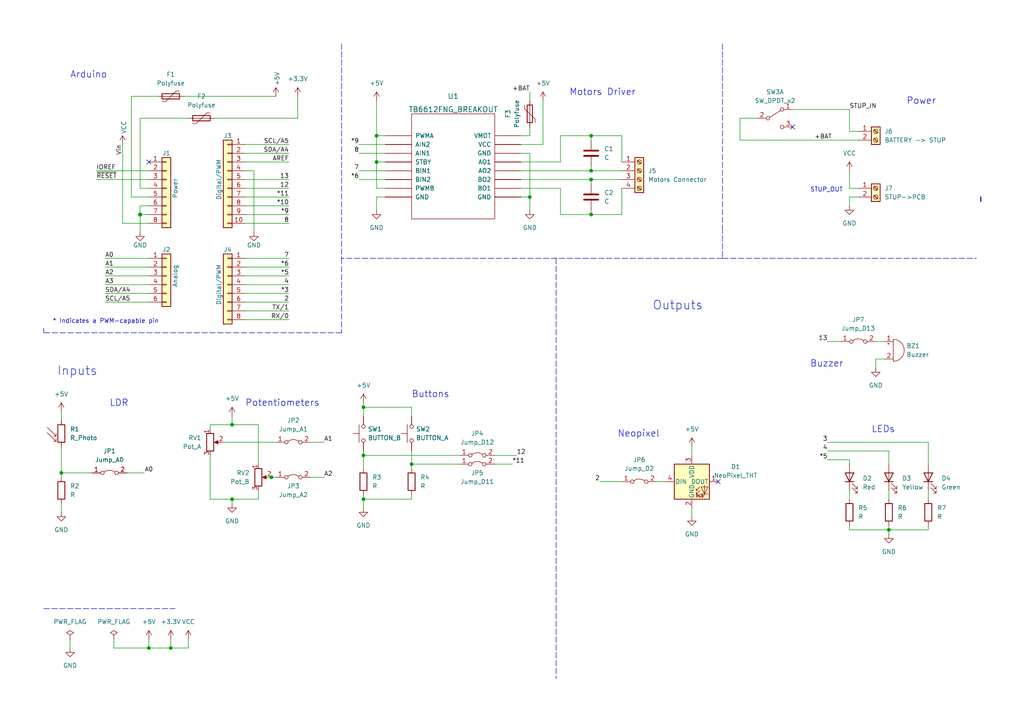
<source format=kicad_sch>
(kicad_sch (version 20211123) (generator eeschema)
  (paper "A4")
  (title_block (date "mar. 31 mars 2015"))
  (lib_symbols
    (symbol "Connector:Screw_Terminal_01x02" (pin_names (offset 1.016) hide)
      (property "Reference" "J" (at 0 2.54 0))
      (property "Value" "Screw_Terminal_01x02" (at 0 -5.08 0))
      (symbol "Screw_Terminal_01x02_1_1"
        (rectangle (start -1.27 1.27) (end 1.27 -3.81) (stroke (width 0.254)) (fill (type background)))
        (circle (center 0 -2.54) (radius 0.635) (stroke (width 0.1524)))
        (polyline (pts (xy -0.5334 -2.2098) (xy 0.3302 -3.048)) (stroke (width 0.1524)))
        (polyline (pts (xy -0.5334 0.3302) (xy 0.3302 -0.508)) (stroke (width 0.1524)))
        (polyline (pts (xy -0.3556 -2.032) (xy 0.508 -2.8702)) (stroke (width 0.1524)))
        (polyline (pts (xy -0.3556 0.508) (xy 0.508 -0.3302)) (stroke (width 0.1524)))
        (circle (center 0 0) (radius 0.635) (stroke (width 0.1524)))
        (pin passive line (at -5.08 0 0) (length 3.81) (name "Pin_1") (number "1"))
        (pin passive line (at -5.08 -2.54 0) (length 3.81) (name "Pin_2") (number "2"))
      )
    )
    (symbol "Connector:Screw_Terminal_01x04" (pin_names (offset 1.016) hide)
      (property "Reference" "J" (at 0 5.08 0))
      (property "Value" "Screw_Terminal_01x04" (at 0 -7.62 0))
      (symbol "Screw_Terminal_01x04_1_1"
        (rectangle (start -1.27 3.81) (end 1.27 -6.35) (stroke (width 0.254)) (fill (type background)))
        (circle (center 0 -5.08) (radius 0.635) (stroke (width 0.1524)))
        (circle (center 0 -2.54) (radius 0.635) (stroke (width 0.1524)))
        (polyline (pts (xy -0.5334 -4.7498) (xy 0.3302 -5.588)) (stroke (width 0.1524)))
        (polyline (pts (xy -0.5334 -2.2098) (xy 0.3302 -3.048)) (stroke (width 0.1524)))
        (polyline (pts (xy -0.5334 0.3302) (xy 0.3302 -0.508)) (stroke (width 0.1524)))
        (polyline (pts (xy -0.5334 2.8702) (xy 0.3302 2.032)) (stroke (width 0.1524)))
        (polyline (pts (xy -0.3556 -4.572) (xy 0.508 -5.4102)) (stroke (width 0.1524)))
        (polyline (pts (xy -0.3556 -2.032) (xy 0.508 -2.8702)) (stroke (width 0.1524)))
        (polyline (pts (xy -0.3556 0.508) (xy 0.508 -0.3302)) (stroke (width 0.1524)))
        (polyline (pts (xy -0.3556 3.048) (xy 0.508 2.2098)) (stroke (width 0.1524)))
        (circle (center 0 0) (radius 0.635) (stroke (width 0.1524)))
        (circle (center 0 2.54) (radius 0.635) (stroke (width 0.1524)))
        (pin passive line (at -5.08 2.54 0) (length 3.81) (name "Pin_1") (number "1"))
        (pin passive line (at -5.08 0 0) (length 3.81) (name "Pin_2") (number "2"))
        (pin passive line (at -5.08 -2.54 0) (length 3.81) (name "Pin_3") (number "3"))
        (pin passive line (at -5.08 -5.08 0) (length 3.81) (name "Pin_4") (number "4"))
      )
    )
    (symbol "Connector_Generic:Conn_01x06" (pin_names (offset 1.016) hide)
      (property "Reference" "J" (at 0 7.62 0))
      (property "Value" "Conn_01x06" (at 0 -10.16 0))
      (symbol "Conn_01x06_1_1"
        (rectangle (start -1.27 -7.493) (end 0 -7.747) (stroke (width 0.1524)))
        (rectangle (start -1.27 -4.953) (end 0 -5.207) (stroke (width 0.1524)))
        (rectangle (start -1.27 -2.413) (end 0 -2.667) (stroke (width 0.1524)))
        (rectangle (start -1.27 0.127) (end 0 -0.127) (stroke (width 0.1524)))
        (rectangle (start -1.27 2.667) (end 0 2.413) (stroke (width 0.1524)))
        (rectangle (start -1.27 5.207) (end 0 4.953) (stroke (width 0.1524)))
        (rectangle (start -1.27 6.35) (end 1.27 -8.89) (stroke (width 0.254)) (fill (type background)))
        (pin passive line (at -5.08 5.08 0) (length 3.81) (name "Pin_1") (number "1"))
        (pin passive line (at -5.08 2.54 0) (length 3.81) (name "Pin_2") (number "2"))
        (pin passive line (at -5.08 0 0) (length 3.81) (name "Pin_3") (number "3"))
        (pin passive line (at -5.08 -2.54 0) (length 3.81) (name "Pin_4") (number "4"))
        (pin passive line (at -5.08 -5.08 0) (length 3.81) (name "Pin_5") (number "5"))
        (pin passive line (at -5.08 -7.62 0) (length 3.81) (name "Pin_6") (number "6"))
      )
    )
    (symbol "Connector_Generic:Conn_01x08" (pin_names (offset 1.016) hide)
      (property "Reference" "J" (at 0 10.16 0))
      (property "Value" "Conn_01x08" (at 0 -12.7 0))
      (symbol "Conn_01x08_1_1"
        (rectangle (start -1.27 -10.033) (end 0 -10.287) (stroke (width 0.1524)))
        (rectangle (start -1.27 -7.493) (end 0 -7.747) (stroke (width 0.1524)))
        (rectangle (start -1.27 -4.953) (end 0 -5.207) (stroke (width 0.1524)))
        (rectangle (start -1.27 -2.413) (end 0 -2.667) (stroke (width 0.1524)))
        (rectangle (start -1.27 0.127) (end 0 -0.127) (stroke (width 0.1524)))
        (rectangle (start -1.27 2.667) (end 0 2.413) (stroke (width 0.1524)))
        (rectangle (start -1.27 5.207) (end 0 4.953) (stroke (width 0.1524)))
        (rectangle (start -1.27 7.747) (end 0 7.493) (stroke (width 0.1524)))
        (rectangle (start -1.27 8.89) (end 1.27 -11.43) (stroke (width 0.254)) (fill (type background)))
        (pin passive line (at -5.08 7.62 0) (length 3.81) (name "Pin_1") (number "1"))
        (pin passive line (at -5.08 5.08 0) (length 3.81) (name "Pin_2") (number "2"))
        (pin passive line (at -5.08 2.54 0) (length 3.81) (name "Pin_3") (number "3"))
        (pin passive line (at -5.08 0 0) (length 3.81) (name "Pin_4") (number "4"))
        (pin passive line (at -5.08 -2.54 0) (length 3.81) (name "Pin_5") (number "5"))
        (pin passive line (at -5.08 -5.08 0) (length 3.81) (name "Pin_6") (number "6"))
        (pin passive line (at -5.08 -7.62 0) (length 3.81) (name "Pin_7") (number "7"))
        (pin passive line (at -5.08 -10.16 0) (length 3.81) (name "Pin_8") (number "8"))
      )
    )
    (symbol "Connector_Generic:Conn_01x10" (pin_names (offset 1.016) hide)
      (property "Reference" "J" (at 0 12.7 0))
      (property "Value" "Conn_01x10" (at 0 -15.24 0))
      (symbol "Conn_01x10_1_1"
        (rectangle (start -1.27 -12.573) (end 0 -12.827) (stroke (width 0.1524)))
        (rectangle (start -1.27 -10.033) (end 0 -10.287) (stroke (width 0.1524)))
        (rectangle (start -1.27 -7.493) (end 0 -7.747) (stroke (width 0.1524)))
        (rectangle (start -1.27 -4.953) (end 0 -5.207) (stroke (width 0.1524)))
        (rectangle (start -1.27 -2.413) (end 0 -2.667) (stroke (width 0.1524)))
        (rectangle (start -1.27 0.127) (end 0 -0.127) (stroke (width 0.1524)))
        (rectangle (start -1.27 2.667) (end 0 2.413) (stroke (width 0.1524)))
        (rectangle (start -1.27 5.207) (end 0 4.953) (stroke (width 0.1524)))
        (rectangle (start -1.27 7.747) (end 0 7.493) (stroke (width 0.1524)))
        (rectangle (start -1.27 10.287) (end 0 10.033) (stroke (width 0.1524)))
        (rectangle (start -1.27 11.43) (end 1.27 -13.97) (stroke (width 0.254)) (fill (type background)))
        (pin passive line (at -5.08 10.16 0) (length 3.81) (name "Pin_1") (number "1"))
        (pin passive line (at -5.08 -12.7 0) (length 3.81) (name "Pin_10") (number "10"))
        (pin passive line (at -5.08 7.62 0) (length 3.81) (name "Pin_2") (number "2"))
        (pin passive line (at -5.08 5.08 0) (length 3.81) (name "Pin_3") (number "3"))
        (pin passive line (at -5.08 2.54 0) (length 3.81) (name "Pin_4") (number "4"))
        (pin passive line (at -5.08 0 0) (length 3.81) (name "Pin_5") (number "5"))
        (pin passive line (at -5.08 -2.54 0) (length 3.81) (name "Pin_6") (number "6"))
        (pin passive line (at -5.08 -5.08 0) (length 3.81) (name "Pin_7") (number "7"))
        (pin passive line (at -5.08 -7.62 0) (length 3.81) (name "Pin_8") (number "8"))
        (pin passive line (at -5.08 -10.16 0) (length 3.81) (name "Pin_9") (number "9"))
      )
    )
    (symbol "Device:Buzzer" (pin_names (offset 0.0254) hide)
      (property "Reference" "BZ" (at 3.81 1.27 0))
      (property "Value" "Buzzer" (at 3.81 -1.27 0))
      (symbol "Buzzer_0_1"
        (arc (start 0 -3.175) (mid 3.175 0) (end 0 3.175))
        (polyline (pts (xy -1.651 1.905) (xy -1.143 1.905)))
        (polyline (pts (xy -1.397 2.159) (xy -1.397 1.651)))
        (polyline (pts (xy 0 3.175) (xy 0 -3.175)))
      )
      (symbol "Buzzer_1_1"
        (pin passive line (at -2.54 2.54 0) (length 2.54) (name "-") (number "1"))
        (pin passive line (at -2.54 -2.54 0) (length 2.54) (name "+") (number "2"))
      )
    )
    (symbol "Device:C" (pin_numbers hide) (pin_names (offset 0.254))
      (property "Reference" "C" (at 0.635 2.54 0))
      (property "Value" "C" (at 0.635 -2.54 0))
      (symbol "C_0_1"
        (polyline (pts (xy -2.032 -0.762) (xy 2.032 -0.762)) (stroke (width 0.508)))
        (polyline (pts (xy -2.032 0.762) (xy 2.032 0.762)) (stroke (width 0.508)))
      )
      (symbol "C_1_1"
        (pin passive line (at 0 3.81 270) (length 2.794) (name "~") (number "1"))
        (pin passive line (at 0 -3.81 90) (length 2.794) (name "~") (number "2"))
      )
    )
    (symbol "Device:LED" (pin_numbers hide) (pin_names (offset 1.016) hide)
      (property "Reference" "D" (at 0 2.54 0))
      (property "Value" "LED" (at 0 -2.54 0))
      (symbol "LED_0_1"
        (polyline (pts (xy -1.27 -1.27) (xy -1.27 1.27)) (stroke (width 0.254)))
        (polyline (pts (xy -1.27 0) (xy 1.27 0)))
        (polyline (pts (xy 1.27 -1.27) (xy 1.27 1.27) (xy -1.27 0) (xy 1.27 -1.27)) (stroke (width 0.254)))
        (polyline (pts (xy -3.048 -0.762) (xy -4.572 -2.286) (xy -3.81 -2.286) (xy -4.572 -2.286) (xy -4.572 -1.524)))
        (polyline (pts (xy -1.778 -0.762) (xy -3.302 -2.286) (xy -2.54 -2.286) (xy -3.302 -2.286) (xy -3.302 -1.524)))
      )
      (symbol "LED_1_1"
        (pin passive line (at -3.81 0 0) (length 2.54) (name "K") (number "1"))
        (pin passive line (at 3.81 0 180) (length 2.54) (name "A") (number "2"))
      )
    )
    (symbol "Device:Polyfuse" (pin_numbers hide) (pin_names (offset 0))
      (property "Reference" "F" (at -2.54 0 90))
      (property "Value" "Polyfuse" (at 2.54 0 90))
      (symbol "Polyfuse_0_1"
        (rectangle (start -0.762 2.54) (end 0.762 -2.54) (stroke (width 0.254)))
        (polyline (pts (xy 0 2.54) (xy 0 -2.54)))
        (polyline (pts (xy -1.524 2.54) (xy -1.524 1.524) (xy 1.524 -1.524) (xy 1.524 -2.54)))
      )
      (symbol "Polyfuse_1_1"
        (pin passive line (at 0 3.81 270) (length 1.27) (name "~") (number "1"))
        (pin passive line (at 0 -3.81 90) (length 1.27) (name "~") (number "2"))
      )
    )
    (symbol "Device:R" (pin_numbers hide) (pin_names (offset 0))
      (property "Reference" "R" (at 2.032 0 90))
      (property "Value" "R" (at 0 0 90))
      (symbol "R_0_1"
        (rectangle (start -1.016 -2.54) (end 1.016 2.54) (stroke (width 0.254)))
      )
      (symbol "R_1_1"
        (pin passive line (at 0 3.81 270) (length 1.27) (name "~") (number "1"))
        (pin passive line (at 0 -3.81 90) (length 1.27) (name "~") (number "2"))
      )
    )
    (symbol "Device:R_Photo" (pin_numbers hide) (pin_names (offset 0))
      (property "Reference" "R" (at 1.27 1.27 0))
      (property "Value" "R_Photo" (at 1.27 0 0))
      (symbol "R_Photo_0_1"
        (rectangle (start -1.016 2.54) (end 1.016 -2.54) (stroke (width 0.254)))
        (polyline (pts (xy -1.524 -2.286) (xy -4.064 0.254)))
        (polyline (pts (xy -1.524 -2.286) (xy -2.286 -2.286)))
        (polyline (pts (xy -1.524 -2.286) (xy -1.524 -1.524)))
        (polyline (pts (xy -1.524 -0.762) (xy -4.064 1.778)))
        (polyline (pts (xy -1.524 -0.762) (xy -2.286 -0.762)))
        (polyline (pts (xy -1.524 -0.762) (xy -1.524 0)))
      )
      (symbol "R_Photo_1_1"
        (pin passive line (at 0 3.81 270) (length 1.27) (name "~") (number "1"))
        (pin passive line (at 0 -3.81 90) (length 1.27) (name "~") (number "2"))
      )
    )
    (symbol "Device:R_Potentiometer" (pin_names (offset 1.016) hide)
      (property "Reference" "RV" (at -4.445 0 90))
      (property "Value" "R_Potentiometer" (at -2.54 0 90))
      (symbol "R_Potentiometer_0_1"
        (polyline (pts (xy 2.54 0) (xy 1.524 0)))
        (polyline (pts (xy 1.143 0) (xy 2.286 0.508) (xy 2.286 -0.508) (xy 1.143 0)) (fill (type outline)))
        (rectangle (start 1.016 2.54) (end -1.016 -2.54) (stroke (width 0.254)))
      )
      (symbol "R_Potentiometer_1_1"
        (pin passive line (at 0 3.81 270) (length 1.27) (name "1") (number "1"))
        (pin passive line (at 3.81 0 180) (length 1.27) (name "2") (number "2"))
        (pin passive line (at 0 -3.81 90) (length 1.27) (name "3") (number "3"))
      )
    )
    (symbol "Jumper:Jumper_2_Bridged" (pin_names (offset 0) hide)
      (property "Reference" "JP" (at 0 1.905 0))
      (property "Value" "Jumper_2_Bridged" (at 0 -2.54 0))
      (symbol "Jumper_2_Bridged_0_0"
        (circle (center -2.032 0) (radius 0.508))
        (circle (center 2.032 0) (radius 0.508))
      )
      (symbol "Jumper_2_Bridged_0_1"
        (arc (start 1.524 0.254) (mid 0 0.762) (end -1.524 0.254))
      )
      (symbol "Jumper_2_Bridged_1_1"
        (pin passive line (at -5.08 0 0) (length 2.54) (name "A") (number "1"))
        (pin passive line (at 5.08 0 180) (length 2.54) (name "B") (number "2"))
      )
    )
    (symbol "LED:NeoPixel_THT" (pin_names (offset 0.254))
      (property "Reference" "D" (at 5.08 5.715 0))
      (property "Value" "NeoPixel_THT" (at 1.27 -5.715 0))
      (symbol "NeoPixel_THT_0_0"
        (text "RGB" (at 2.286 -4.191 0) (effects (font (size 0.762 0.762))))
      )
      (symbol "NeoPixel_THT_0_1"
        (polyline (pts (xy 1.27 -3.556) (xy 1.778 -3.556)))
        (polyline (pts (xy 1.27 -2.54) (xy 1.778 -2.54)))
        (polyline (pts (xy 4.699 -3.556) (xy 2.667 -3.556)))
        (polyline (pts (xy 2.286 -2.54) (xy 1.27 -3.556) (xy 1.27 -3.048)))
        (polyline (pts (xy 2.286 -1.524) (xy 1.27 -2.54) (xy 1.27 -2.032)))
        (polyline (pts (xy 3.683 -1.016) (xy 3.683 -3.556) (xy 3.683 -4.064)))
        (polyline (pts (xy 4.699 -1.524) (xy 2.667 -1.524) (xy 3.683 -3.556) (xy 4.699 -1.524)))
        (rectangle (start 5.08 5.08) (end -5.08 -5.08) (stroke (width 0.254)) (fill (type background)))
      )
      (symbol "NeoPixel_THT_1_1"
        (pin output line (at 7.62 0 180) (length 2.54) (name "DOUT") (number "1"))
        (pin power_in line (at 0 -7.62 90) (length 2.54) (name "GND") (number "2"))
        (pin power_in line (at 0 7.62 270) (length 2.54) (name "VDD") (number "3"))
        (pin input line (at -7.62 0 0) (length 2.54) (name "DIN") (number "4"))
      )
    )
    (symbol "Switch:SW_DPDT_x2" (pin_names (offset 0) hide)
      (property "Reference" "SW" (at 0 4.318 0))
      (property "Value" "SW_DPDT_x2" (at 0 -5.08 0))
      (symbol "SW_DPDT_x2_0_0"
        (circle (center -2.032 0) (radius 0.508))
        (circle (center 2.032 -2.54) (radius 0.508))
      )
      (symbol "SW_DPDT_x2_0_1"
        (polyline (pts (xy -1.524 0.254) (xy 1.651 2.286)))
        (circle (center 2.032 2.54) (radius 0.508))
      )
      (symbol "SW_DPDT_x2_1_1"
        (pin passive line (at 5.08 2.54 180) (length 2.54) (name "A") (number "1"))
        (pin passive line (at -5.08 0 0) (length 2.54) (name "B") (number "2"))
        (pin passive line (at 5.08 -2.54 180) (length 2.54) (name "C") (number "3"))
      )
      (symbol "SW_DPDT_x2_2_1"
        (pin passive line (at 5.08 2.54 180) (length 2.54) (name "A") (number "4"))
        (pin passive line (at -5.08 0 0) (length 2.54) (name "B") (number "5"))
        (pin passive line (at 5.08 -2.54 180) (length 2.54) (name "C") (number "6"))
      )
    )
    (symbol "Switch:SW_Push" (pin_numbers hide) (pin_names (offset 1.016) hide)
      (property "Reference" "SW" (at 1.27 2.54 0))
      (property "Value" "SW_Push" (at 0 -1.524 0))
      (symbol "SW_Push_0_1"
        (circle (center -2.032 0) (radius 0.508))
        (polyline (pts (xy 0 1.27) (xy 0 3.048)))
        (polyline (pts (xy 2.54 1.27) (xy -2.54 1.27)))
        (circle (center 2.032 0) (radius 0.508))
        (pin passive line (at -5.08 0 0) (length 2.54) (name "1") (number "1"))
        (pin passive line (at 5.08 0 180) (length 2.54) (name "2") (number "2"))
      )
    )
    (symbol "bl_kicad:TB6612FNG_BREAKOUT" (pin_numbers hide) (pin_names (offset 1.016))
      (property "Reference" "U" (at 13.97 15.24 0))
      (property "Value" "TB6612FNG_BREAKOUT" (at 0 1.27 90))
      (symbol "TB6612FNG_BREAKOUT_0_1"
        (rectangle (start -12.7 16.51) (end 11.43 -13.97))
      )
      (symbol "TB6612FNG_BREAKOUT_1_1"
        (pin input line (at -20.32 10.16 0) (length 7.62) (name "VMOT") (number "1"))
        (pin input line (at 19.05 -5.08 180) (length 7.62) (name "PWMB") (number "10"))
        (pin input line (at 19.05 -2.54 180) (length 7.62) (name "BIN2") (number "11"))
        (pin input line (at 19.05 0 180) (length 7.62) (name "BIN1") (number "12"))
        (pin input line (at 19.05 2.54 180) (length 7.62) (name "STBY") (number "13"))
        (pin input line (at 19.05 5.08 180) (length 7.62) (name "AIN1") (number "14"))
        (pin input line (at 19.05 7.62 180) (length 7.62) (name "AIN2") (number "15"))
        (pin input line (at 19.05 10.16 180) (length 7.62) (name "PWMA") (number "16"))
        (pin input line (at -20.32 7.62 0) (length 7.62) (name "VCC") (number "2"))
        (pin input line (at -20.32 5.08 0) (length 7.62) (name "GND") (number "3"))
        (pin output line (at -20.32 2.54 0) (length 7.62) (name "AO1") (number "4"))
        (pin output line (at -20.32 0 0) (length 7.62) (name "AO2") (number "5"))
        (pin output line (at -20.32 -2.54 0) (length 7.62) (name "BO2") (number "6"))
        (pin output line (at -20.32 -5.08 0) (length 7.62) (name "BO1") (number "7"))
        (pin input line (at -20.32 -7.62 0) (length 7.62) (name "GND") (number "8"))
        (pin input line (at 19.05 -7.62 180) (length 7.62) (name "GND") (number "9"))
      )
    )
    (symbol "power:+3.3V" (power) (pin_names (offset 0))
      (property "Value" "+3.3V" (at 0 3.556 0))
      (symbol "+3.3V_0_1"
        (polyline (pts (xy -0.762 1.27) (xy 0 2.54)))
        (polyline (pts (xy 0 0) (xy 0 2.54)))
        (polyline (pts (xy 0 2.54) (xy 0.762 1.27)))
      )
      (symbol "+3.3V_1_1"
        (pin power_in line (at 0 0 90) (length 0) hide (name "+3.3V") (number "1"))
      )
    )
    (symbol "power:+5V" (power) (pin_names (offset 0))
      (property "Value" "+5V" (at 0 3.556 0))
      (symbol "+5V_0_1"
        (polyline (pts (xy -0.762 1.27) (xy 0 2.54)))
        (polyline (pts (xy 0 0) (xy 0 2.54)))
        (polyline (pts (xy 0 2.54) (xy 0.762 1.27)))
      )
      (symbol "+5V_1_1"
        (pin power_in line (at 0 0 90) (length 0) hide (name "+5V") (number "1"))
      )
    )
    (symbol "power:GND" (power) (pin_names (offset 0))
      (property "Value" "GND" (at 0 -3.81 0))
      (symbol "GND_0_1"
        (polyline (pts (xy 0 0) (xy 0 -1.27) (xy 1.27 -1.27) (xy 0 -2.54) (xy -1.27 -1.27) (xy 0 -1.27)))
      )
      (symbol "GND_1_1"
        (pin power_in line (at 0 0 270) (length 0) hide (name "GND") (number "1"))
      )
    )
    (symbol "power:PWR_FLAG" (power) (pin_numbers hide) (pin_names (offset 0) hide)
      (property "Value" "PWR_FLAG" (at 0 3.81 0))
      (symbol "PWR_FLAG_0_0"
        (pin power_out line (at 0 0 90) (length 0) (name "pwr") (number "1"))
      )
      (symbol "PWR_FLAG_0_1"
        (polyline (pts (xy 0 0) (xy 0 1.27) (xy -1.016 1.905) (xy 0 2.54) (xy 1.016 1.905) (xy 0 1.27)))
      )
    )
    (symbol "power:VCC" (power) (pin_names (offset 0))
      (property "Value" "VCC" (at 0 3.81 0))
      (symbol "VCC_0_1"
        (polyline (pts (xy -0.762 1.27) (xy 0 2.54)))
        (polyline (pts (xy 0 0) (xy 0 2.54)))
        (polyline (pts (xy 0 2.54) (xy 0.762 1.27)))
      )
      (symbol "VCC_1_1"
        (pin power_in line (at 0 0 90) (length 0) hide (name "VCC") (number "1"))
      )
    )
  )
  (junction (at 119.38 134.62))
  (junction (at 171.45 39.37))
  (junction (at 17.78 137.16))
  (junction (at 40.64 62.23) (diameter 1.016))
  (junction (at 105.41 132.08))
  (junction (at 78.74 138.43))
  (junction (at 105.41 118.11))
  (junction (at 109.22 39.37))
  (junction (at 49.53 187.96))
  (junction (at 171.45 62.23))
  (junction (at 257.81 153.67))
  (junction (at 153.67 57.15))
  (junction (at 109.22 46.99))
  (junction (at 67.31 144.78))
  (junction (at 171.45 49.53))
  (junction (at 105.41 144.78))
  (junction (at 67.31 123.19))
  (junction (at 43.18 187.96))
  (junction (at 171.45 52.07))
  (no_connect (at 229.87 36.83))
  (no_connect (at 43.18 46.99))
  (no_connect (at 208.28 139.7))
  (wire (pts (xy 71.12 92.71) (xy 83.82 92.71)))
  (wire (pts (xy 257.81 142.24) (xy 257.81 144.78)))
  (wire (pts (xy 17.78 119.38) (xy 17.78 121.92)))
  (polyline (pts (xy 209.55 12.7) (xy 209.55 66.04)))
  (polyline (pts (xy 209.55 74.93) (xy 99.06 74.93)))
  (wire (pts (xy 71.12 59.69) (xy 83.82 59.69)))
  (wire (pts (xy 246.38 134.62) (xy 246.38 133.35)))
  (wire (pts (xy 240.03 133.35) (xy 246.38 133.35)))
  (wire (pts (xy 74.93 123.19) (xy 74.93 134.62)))
  (wire (pts (xy 162.56 46.99) (xy 162.56 39.37)))
  (wire (pts (xy 71.12 41.91) (xy 83.82 41.91)))
  (wire (pts (xy 17.78 146.05) (xy 17.78 148.59)))
  (wire (pts (xy 40.64 34.29) (xy 54.61 34.29)))
  (wire (pts (xy 86.36 27.94) (xy 86.36 34.29)))
  (wire (pts (xy 153.67 44.45) (xy 153.67 57.15)))
  (wire (pts (xy 151.13 49.53) (xy 171.45 49.53)))
  (wire (pts (xy 78.74 138.43) (xy 80.01 138.43)))
  (wire (pts (xy 257.81 134.62) (xy 257.81 130.81)))
  (wire (pts (xy 119.38 134.62) (xy 119.38 135.89)))
  (wire (pts (xy 40.64 59.69) (xy 40.64 62.23)))
  (wire (pts (xy 248.92 57.15) (xy 246.38 57.15)))
  (wire (pts (xy 30.48 87.63) (xy 43.18 87.63)))
  (wire (pts (xy 90.17 138.43) (xy 93.98 138.43)))
  (wire (pts (xy 17.78 129.54) (xy 17.78 137.16)))
  (wire (pts (xy 269.24 134.62) (xy 269.24 128.27)))
  (wire (pts (xy 60.96 123.19) (xy 67.31 123.19)))
  (wire (pts (xy 254 99.06) (xy 256.54 99.06)))
  (wire (pts (xy 105.41 132.08) (xy 105.41 135.89)))
  (wire (pts (xy 240.03 99.06) (xy 243.84 99.06)))
  (wire (pts (xy 105.41 132.08) (xy 133.35 132.08)))
  (wire (pts (xy 200.66 147.32) (xy 200.66 149.86)))
  (wire (pts (xy 171.45 52.07) (xy 180.34 52.07)))
  (wire (pts (xy 40.64 62.23) (xy 40.64 67.31)))
  (wire (pts (xy 67.31 123.19) (xy 74.93 123.19)))
  (wire (pts (xy 38.1 27.94) (xy 45.72 27.94)))
  (wire (pts (xy 40.64 54.61) (xy 43.18 54.61)))
  (wire (pts (xy 162.56 39.37) (xy 171.45 39.37)))
  (wire (pts (xy 38.1 57.15) (xy 43.18 57.15)))
  (wire (pts (xy 171.45 39.37) (xy 180.34 39.37)))
  (wire (pts (xy 240.03 130.81) (xy 257.81 130.81)))
  (wire (pts (xy 240.03 128.27) (xy 269.24 128.27)))
  (wire (pts (xy 143.51 134.62) (xy 148.59 134.62)))
  (wire (pts (xy 71.12 52.07) (xy 83.82 52.07)))
  (polyline (pts (xy 99.06 74.93) (xy 99.06 96.52)))
  (wire (pts (xy 71.12 74.93) (xy 83.82 74.93)))
  (wire (pts (xy 43.18 74.93) (xy 30.48 74.93)))
  (wire (pts (xy 104.14 41.91) (xy 111.76 41.91)))
  (wire (pts (xy 71.12 54.61) (xy 83.82 54.61)))
  (wire (pts (xy 173.99 139.7) (xy 180.34 139.7)))
  (wire (pts (xy 20.32 185.42) (xy 20.32 187.96)))
  (polyline (pts (xy 99.06 96.52) (xy 12.7 96.52)))
  (wire (pts (xy 71.12 77.47) (xy 83.82 77.47)))
  (wire (pts (xy 17.78 137.16) (xy 17.78 138.43)))
  (wire (pts (xy 60.96 124.46) (xy 60.96 123.19)))
  (wire (pts (xy 153.67 39.37) (xy 153.67 36.83)))
  (wire (pts (xy 104.14 44.45) (xy 111.76 44.45)))
  (wire (pts (xy 74.93 144.78) (xy 74.93 142.24)))
  (wire (pts (xy 60.96 132.08) (xy 60.96 144.78)))
  (wire (pts (xy 67.31 144.78) (xy 67.31 146.05)))
  (wire (pts (xy 77.47 138.43) (xy 78.74 138.43)))
  (wire (pts (xy 119.38 134.62) (xy 133.35 134.62)))
  (wire (pts (xy 151.13 46.99) (xy 162.56 46.99)))
  (wire (pts (xy 105.41 118.11) (xy 105.41 120.65)))
  (wire (pts (xy 246.38 57.15) (xy 246.38 59.69)))
  (wire (pts (xy 71.12 62.23) (xy 83.82 62.23)))
  (wire (pts (xy 153.67 26.67) (xy 153.67 29.21)))
  (polyline (pts (xy 12.7 176.53) (xy 50.8 176.53)))
  (polyline (pts (xy 209.55 74.93) (xy 283.21 74.93)))
  (wire (pts (xy 246.38 142.24) (xy 246.38 144.78)))
  (wire (pts (xy 71.12 82.55) (xy 83.82 82.55)))
  (wire (pts (xy 190.5 139.7) (xy 193.04 139.7)))
  (wire (pts (xy 269.24 152.4) (xy 269.24 153.67)))
  (wire (pts (xy 171.45 49.53) (xy 180.34 49.53)))
  (wire (pts (xy 248.92 54.61) (xy 246.38 54.61)))
  (wire (pts (xy 27.94 49.53) (xy 43.18 49.53)))
  (wire (pts (xy 153.67 57.15) (xy 153.67 60.96)))
  (wire (pts (xy 254 104.14) (xy 256.54 104.14)))
  (wire (pts (xy 64.77 128.27) (xy 80.01 128.27)))
  (wire (pts (xy 109.22 46.99) (xy 111.76 46.99)))
  (wire (pts (xy 40.64 34.29) (xy 40.64 54.61)))
  (wire (pts (xy 43.18 185.42) (xy 43.18 187.96)))
  (wire (pts (xy 111.76 54.61) (xy 109.22 54.61)))
  (wire (pts (xy 248.92 38.1) (xy 246.38 38.1)))
  (wire (pts (xy 162.56 54.61) (xy 162.56 62.23)))
  (wire (pts (xy 73.66 49.53) (xy 73.66 67.31)))
  (wire (pts (xy 214.63 40.64) (xy 214.63 34.29)))
  (wire (pts (xy 151.13 39.37) (xy 153.67 39.37)))
  (wire (pts (xy 109.22 29.21) (xy 109.22 39.37)))
  (wire (pts (xy 105.41 144.78) (xy 105.41 147.32)))
  (wire (pts (xy 71.12 46.99) (xy 83.82 46.99)))
  (wire (pts (xy 180.34 46.99) (xy 180.34 39.37)))
  (wire (pts (xy 200.66 129.54) (xy 200.66 132.08)))
  (wire (pts (xy 257.81 153.67) (xy 269.24 153.67)))
  (bus (pts (xy 284.48 57.15) (xy 284.48 58.42)))
  (wire (pts (xy 49.53 187.96) (xy 54.61 187.96)))
  (wire (pts (xy 43.18 80.01) (xy 30.48 80.01)))
  (wire (pts (xy 49.53 187.96) (xy 49.53 185.42)))
  (wire (pts (xy 27.94 52.07) (xy 43.18 52.07)))
  (wire (pts (xy 43.18 62.23) (xy 40.64 62.23)))
  (wire (pts (xy 171.45 39.37) (xy 171.45 40.64)))
  (wire (pts (xy 90.17 128.27) (xy 93.98 128.27)))
  (wire (pts (xy 171.45 48.26) (xy 171.45 49.53)))
  (polyline (pts (xy 161.29 74.93) (xy 161.29 196.85)))
  (wire (pts (xy 43.18 187.96) (xy 49.53 187.96)))
  (wire (pts (xy 157.48 29.21) (xy 157.48 41.91)))
  (wire (pts (xy 109.22 57.15) (xy 109.22 60.96)))
  (wire (pts (xy 151.13 52.07) (xy 171.45 52.07)))
  (wire (pts (xy 43.18 64.77) (xy 35.56 64.77)))
  (wire (pts (xy 54.61 187.96) (xy 54.61 185.42)))
  (wire (pts (xy 246.38 31.75) (xy 229.87 31.75)))
  (wire (pts (xy 30.48 77.47) (xy 43.18 77.47)))
  (wire (pts (xy 151.13 54.61) (xy 162.56 54.61)))
  (wire (pts (xy 143.51 132.08) (xy 149.86 132.08)))
  (wire (pts (xy 67.31 144.78) (xy 74.93 144.78)))
  (wire (pts (xy 38.1 27.94) (xy 38.1 57.15)))
  (wire (pts (xy 105.41 116.84) (xy 105.41 118.11)))
  (wire (pts (xy 171.45 60.96) (xy 171.45 62.23)))
  (wire (pts (xy 151.13 41.91) (xy 157.48 41.91)))
  (wire (pts (xy 254 106.68) (xy 254 104.14)))
  (wire (pts (xy 60.96 144.78) (xy 67.31 144.78)))
  (wire (pts (xy 109.22 46.99) (xy 109.22 54.61)))
  (wire (pts (xy 180.34 54.61) (xy 180.34 62.23)))
  (wire (pts (xy 71.12 49.53) (xy 73.66 49.53)))
  (wire (pts (xy 171.45 52.07) (xy 171.45 53.34)))
  (polyline (pts (xy 209.55 66.04) (xy 209.55 74.93)))
  (wire (pts (xy 43.18 59.69) (xy 40.64 59.69)))
  (polyline (pts (xy 99.06 12.7) (xy 99.06 74.93)))
  (wire (pts (xy 257.81 152.4) (xy 257.81 153.67)))
  (wire (pts (xy 71.12 57.15) (xy 83.82 57.15)))
  (wire (pts (xy 246.38 38.1) (xy 246.38 31.75)))
  (wire (pts (xy 171.45 62.23) (xy 162.56 62.23)))
  (wire (pts (xy 269.24 142.24) (xy 269.24 144.78)))
  (wire (pts (xy 171.45 62.23) (xy 180.34 62.23)))
  (wire (pts (xy 71.12 80.01) (xy 83.82 80.01)))
  (wire (pts (xy 17.78 137.16) (xy 26.67 137.16)))
  (wire (pts (xy 30.48 82.55) (xy 43.18 82.55)))
  (wire (pts (xy 246.38 49.53) (xy 246.38 54.61)))
  (wire (pts (xy 257.81 153.67) (xy 257.81 154.94)))
  (wire (pts (xy 105.41 130.81) (xy 105.41 132.08)))
  (wire (pts (xy 36.83 137.16) (xy 41.91 137.16)))
  (wire (pts (xy 109.22 39.37) (xy 109.22 46.99)))
  (wire (pts (xy 151.13 57.15) (xy 153.67 57.15)))
  (wire (pts (xy 119.38 118.11) (xy 105.41 118.11)))
  (wire (pts (xy 246.38 152.4) (xy 246.38 153.67)))
  (wire (pts (xy 151.13 44.45) (xy 153.67 44.45)))
  (wire (pts (xy 33.02 185.42) (xy 33.02 187.96)))
  (wire (pts (xy 109.22 39.37) (xy 111.76 39.37)))
  (wire (pts (xy 104.14 49.53) (xy 111.76 49.53)))
  (wire (pts (xy 71.12 44.45) (xy 83.82 44.45)))
  (polyline (pts (xy 12.7 95.25) (xy 12.7 96.52)))
  (wire (pts (xy 62.23 34.29) (xy 86.36 34.29)))
  (wire (pts (xy 71.12 87.63) (xy 83.82 87.63)))
  (wire (pts (xy 214.63 34.29) (xy 219.71 34.29)))
  (wire (pts (xy 246.38 153.67) (xy 257.81 153.67)))
  (wire (pts (xy 111.76 57.15) (xy 109.22 57.15)))
  (wire (pts (xy 71.12 85.09) (xy 83.82 85.09)))
  (wire (pts (xy 104.14 52.07) (xy 111.76 52.07)))
  (wire (pts (xy 214.63 40.64) (xy 248.92 40.64)))
  (wire (pts (xy 119.38 130.81) (xy 119.38 134.62)))
  (wire (pts (xy 119.38 144.78) (xy 105.41 144.78)))
  (wire (pts (xy 71.12 90.17) (xy 83.82 90.17)))
  (wire (pts (xy 35.56 64.77) (xy 35.56 41.91)))
  (wire (pts (xy 53.34 27.94) (xy 80.01 27.94)))
  (wire (pts (xy 119.38 120.65) (xy 119.38 118.11)))
  (wire (pts (xy 33.02 187.96) (xy 43.18 187.96)))
  (wire (pts (xy 43.18 85.09) (xy 30.48 85.09)))
  (wire (pts (xy 67.31 120.65) (xy 67.31 123.19)))
  (wire (pts (xy 119.38 143.51) (xy 119.38 144.78)))
  (wire (pts (xy 71.12 64.77) (xy 83.82 64.77)))
  (wire (pts (xy 105.41 143.51) (xy 105.41 144.78)))
  (text "Buzzer" (at 234.95 106.68 0) (effects (font (size 1.905 1.905)) (justify left bottom)))
  (text "Potentiometers" (at 71.12 118.11 0) (effects (font (size 1.905 1.905)) (justify left bottom)))
  (text "LDR" (at 31.75 118.11 0) (effects (font (size 1.905 1.905)) (justify left bottom)))
  (text "Motors Driver" (at 165.1 27.94 0) (effects (font (size 1.905 1.905)) (justify left bottom)))
  (text "LEDs" (at 252.73 125.73 0) (effects (font (size 1.905 1.905)) (justify left bottom)))
  (text "Outputs" (at 189.23 90.17 0) (effects (font (size 2.54 2.54)) (justify left bottom)))
  (text "Buttons" (at 119.38 115.57 0) (effects (font (size 1.905 1.905)) (justify left bottom)))
  (text "Power" (at 262.89 30.48 0) (effects (font (size 1.905 1.905)) (justify left bottom)))
  (text "Inputs" (at 16.51 109.22 0) (effects (font (size 2.54 2.54)) (justify left bottom)))
  (text "Neopixel" (at 179.07 127 0) (effects (font (size 1.905 1.905)) (justify left bottom)))
  (text "Arduino" (at 20.32 22.86 0) (effects (font (size 1.905 1.905)) (justify left bottom)))
  (text "* Indicates a PWM-capable pin" (at 15.24 93.98 0) (effects (font (size 1.27 1.27)) (justify left bottom)))
  (text "STUP_OUT\n" (at 234.95 55.88 0) (effects (font (size 1.27 1.27)) (justify left bottom)))
  (label "8" (at 104.14 44.45 180))
  (label "RX{slash}0" (at 83.82 92.71 180))
  (label "A2" (at 30.48 80.01 0))
  (label "4" (at 83.82 82.55 180))
  (label "3" (at 240.03 128.27 180))
  (label "STUP_IN" (at 246.38 31.75 0))
  (label "2" (at 83.82 87.63 180))
  (label "A3" (at 30.48 82.55 0))
  (label "*11" (at 148.59 134.62 0))
  (label "13" (at 83.82 52.07 180))
  (label "12" (at 83.82 54.61 180))
  (label "~{RESET}" (at 27.94 52.07 0))
  (label "4" (at 240.03 130.81 180))
  (label "*10" (at 83.82 59.69 180))
  (label "7" (at 104.14 49.53 180))
  (label "+BAT" (at 153.67 26.67 180))
  (label "7" (at 83.82 74.93 180))
  (label "SDA{slash}A4" (at 83.82 44.45 180))
  (label "8" (at 83.82 64.77 180))
  (label "*11" (at 83.82 57.15 180))
  (label "*3" (at 83.82 85.09 180))
  (label "*9" (at 104.14 41.91 180))
  (label "12" (at 149.86 132.08 0))
  (label "A1" (at 30.48 77.47 0))
  (label "TX{slash}1" (at 83.82 90.17 180))
  (label "A0" (at 30.48 74.93 0))
  (label "2" (at 173.99 139.7 180))
  (label "AREF" (at 83.82 46.99 180))
  (label "A2" (at 93.98 138.43 0))
  (label "Vin" (at 35.56 41.91 270))
  (label "*6" (at 83.82 77.47 180))
  (label "SCL{slash}A5" (at 83.82 41.91 180))
  (label "*9" (at 83.82 62.23 180))
  (label "+BAT" (at 241.3 40.64 180))
  (label "13" (at 240.03 99.06 180))
  (label "*5" (at 83.82 80.01 180))
  (label "A1" (at 93.98 128.27 0))
  (label "IOREF" (at 27.94 49.53 0))
  (label "*6" (at 104.14 52.07 180))
  (label "SDA{slash}A4" (at 30.48 85.09 0))
  (label "A0" (at 41.91 137.16 0))
  (label "SCL{slash}A5" (at 30.48 87.63 0))
  (label "*5" (at 240.03 133.35 180))
  (symbol (lib_id "Connector_Generic:Conn_01x08") (at 48.26 54.61 0) (unit 1)
    (property "Reference" "J1" (at 48.26 44.45 0))
    (property "Value" "Power" (at 50.8 54.61 90))
    (property "Footprint" "Connector_PinSocket_2.54mm:PinSocket_1x08_P2.54mm_Vertical" (effects hide))
  )
  (symbol (lib_id "power:+5V") (at 80.01 27.94 0) (unit 1)
    (property "Reference" "#PWR010" (effects hide))
    (property "Value" "+5V" (at 80.3656 24.892 90) (effects (justify left)))
  )
  (symbol (lib_id "power:GND") (at 40.64 67.31 0) (unit 1)
    (property "Reference" "#PWR05" (effects hide))
    (property "Value" "GND" (at 40.64 71.12 0))
  )
  (symbol (lib_id "Connector_Generic:Conn_01x10") (at 66.04 52.07 0) (mirror y) (unit 1)
    (property "Reference" "J3" (at 66.04 39.37 0))
    (property "Value" "Digital/PWM" (at 63.5 52.07 90))
    (property "Footprint" "Connector_PinSocket_2.54mm:PinSocket_1x10_P2.54mm_Vertical" (effects hide))
  )
  (symbol (lib_id "power:GND") (at 73.66 67.31 0) (unit 1)
    (property "Reference" "#PWR09" (effects hide))
    (property "Value" "GND" (at 73.66 71.12 0))
  )
  (symbol (lib_id "Connector_Generic:Conn_01x06") (at 48.26 80.01 0) (unit 1)
    (property "Reference" "J2" (at 48.26 72.39 0))
    (property "Value" "Analog" (at 50.8 80.01 90))
    (property "Footprint" "Connector_PinSocket_2.54mm:PinSocket_1x06_P2.54mm_Vertical" (effects hide))
  )
  (symbol (lib_id "Connector_Generic:Conn_01x08") (at 66.04 82.55 0) (mirror y) (unit 1)
    (property "Reference" "J4" (at 66.04 72.39 0))
    (property "Value" "Digital/PWM" (at 63.5 82.55 90))
    (property "Footprint" "Connector_PinSocket_2.54mm:PinSocket_1x08_P2.54mm_Vertical" (effects hide))
  )
  (symbol (lib_id "Device:R_Photo") (at 17.78 125.73 0) (unit 1)
    (property "Reference" "R1" (at 20.32 124.4599 0) (effects (justify left)))
    (property "Value" "R_Photo" (at 20.32 126.9999 0) (effects (justify left)))
  )
  (symbol (lib_id "power:+3.3V") (at 86.36 27.94 0) (unit 1)
    (property "Reference" "#PWR0102" (effects hide))
    (property "Value" "+3.3V" (at 86.36 22.86 0))
  )
  (symbol (lib_id "Switch:SW_Push") (at 119.38 125.73 90) (unit 1)
    (property "Reference" "SW2" (at 120.65 124.4599 90) (effects (justify right)))
    (property "Value" "BUTTON_A" (at 120.65 126.9999 90) (effects (justify right)))
  )
  (symbol (lib_id "power:GND") (at 246.38 59.69 0) (unit 1)
    (property "Reference" "#PWR021" (effects hide))
    (property "Value" "GND" (at 246.38 64.77 0))
  )
  (symbol (lib_id "power:+3.3V") (at 49.53 185.42 0) (unit 1)
    (property "Reference" "#PWR0103" (effects hide))
    (property "Value" "+3.3V" (at 49.53 180.34 0))
  )
  (symbol (lib_id "power:PWR_FLAG") (at 20.32 185.42 0) (unit 1)
    (property "Reference" "#FLG01" (effects hide))
    (property "Value" "PWR_FLAG" (at 20.32 180.34 0))
  )
  (symbol (lib_id "Switch:SW_Push") (at 105.41 125.73 90) (unit 1)
    (property "Reference" "SW1" (at 106.68 124.4599 90) (effects (justify right)))
    (property "Value" "BUTTON_B" (at 106.68 126.9999 90) (effects (justify right)))
  )
  (symbol (lib_id "power:+5V") (at 43.18 185.42 0) (unit 1)
    (property "Reference" "#PWR06" (effects hide))
    (property "Value" "+5V" (at 43.18 180.34 0))
  )
  (symbol (lib_id "Device:R") (at 269.24 148.59 0) (unit 1)
    (property "Reference" "R7" (at 271.78 147.3199 0) (effects (justify left)))
    (property "Value" "R" (at 271.78 149.8599 0) (effects (justify left)))
  )
  (symbol (lib_id "Device:Polyfuse") (at 153.67 33.02 180) (unit 1)
    (property "Reference" "F3" (at 147.32 33.02 90))
    (property "Value" "Polyfuse" (at 149.86 33.02 90))
  )
  (symbol (lib_id "Device:R") (at 246.38 148.59 0) (unit 1)
    (property "Reference" "R5" (at 248.92 147.3199 0) (effects (justify left)))
    (property "Value" "R" (at 248.92 149.8599 0) (effects (justify left)))
  )
  (symbol (lib_id "power:VCC") (at 246.38 49.53 0) (unit 1)
    (property "Reference" "#PWR020" (effects hide))
    (property "Value" "VCC" (at 246.38 44.45 0))
  )
  (symbol (lib_id "power:GND") (at 17.78 148.59 0) (unit 1)
    (property "Reference" "#PWR02" (effects hide))
    (property "Value" "GND" (at 17.78 153.67 0))
  )
  (symbol (lib_id "Connector:Screw_Terminal_01x04") (at 185.42 49.53 0) (unit 1)
    (property "Reference" "J5" (at 187.96 49.5299 0) (effects (justify left)))
    (property "Value" "Motors Connector" (at 187.96 52.0699 0) (effects (justify left)))
  )
  (symbol (lib_id "power:GND") (at 257.81 154.94 0) (unit 1)
    (property "Reference" "#PWR023" (effects hide))
    (property "Value" "GND" (at 257.81 160.02 0))
  )
  (symbol (lib_id "Device:LED") (at 257.81 138.43 90) (unit 1)
    (property "Reference" "D3" (at 261.62 138.7474 90) (effects (justify right)))
    (property "Value" "Yellow" (at 261.62 141.2874 90) (effects (justify right)))
  )
  (symbol (lib_id "Connector:Screw_Terminal_01x02") (at 254 54.61 0) (unit 1)
    (property "Reference" "J7" (at 256.54 54.6099 0) (effects (justify left)))
    (property "Value" "STUP->PCB" (at 256.54 57.1499 0) (effects (justify left)))
  )
  (symbol (lib_id "Device:Polyfuse") (at 49.53 27.94 90) (unit 1)
    (property "Reference" "F1" (at 49.53 21.59 90))
    (property "Value" "Polyfuse" (at 49.53 24.13 90))
  )
  (symbol (lib_id "Switch:SW_DPDT_x2") (at 224.79 34.29 0) (unit 1)
    (property "Reference" "SW3" (at 224.79 26.67 0))
    (property "Value" "SW_DPDT_x2" (at 224.79 29.21 0))
  )
  (symbol (lib_id "power:VCC") (at 35.56 41.91 0) (unit 1)
    (property "Reference" "#PWR04" (effects hide))
    (property "Value" "VCC" (at 35.941 38.862 90) (effects (justify left)))
  )
  (symbol (lib_id "Jumper:Jumper_2_Bridged") (at 248.92 99.06 0) (unit 1)
    (property "Reference" "JP7" (at 248.92 92.71 0))
    (property "Value" "Jump_D13" (at 248.92 95.25 0))
  )
  (symbol (lib_id "power:VCC") (at 54.61 185.42 0) (unit 1)
    (property "Reference" "#PWR0101" (effects hide))
    (property "Value" "VCC" (at 54.61 180.34 0))
  )
  (symbol (lib_id "Device:R") (at 257.81 148.59 0) (unit 1)
    (property "Reference" "R6" (at 260.35 147.3199 0) (effects (justify left)))
    (property "Value" "R" (at 260.35 149.8599 0) (effects (justify left)))
  )
  (symbol (lib_id "Jumper:Jumper_2_Bridged") (at 31.75 137.16 0) (unit 1)
    (property "Reference" "JP1" (at 31.75 130.81 0))
    (property "Value" "Jump_A0" (at 31.75 133.35 0))
  )
  (symbol (lib_id "Jumper:Jumper_2_Bridged") (at 85.09 138.43 0) (unit 1)
    (property "Reference" "JP3" (at 85.09 140.97 0))
    (property "Value" "Jump_A2" (at 85.09 143.51 0))
  )
  (symbol (lib_id "Connector:Screw_Terminal_01x02") (at 254 38.1 0) (unit 1)
    (property "Reference" "J6" (at 256.54 38.0999 0) (effects (justify left)))
    (property "Value" "BATTERY -> STUP" (at 256.54 40.6399 0) (effects (justify left)))
  )
  (symbol (lib_id "power:+5V") (at 17.78 119.38 0) (unit 1)
    (property "Reference" "#PWR01" (effects hide))
    (property "Value" "+5V" (at 17.78 114.3 0))
  )
  (symbol (lib_id "Device:C") (at 171.45 57.15 0) (unit 1)
    (property "Reference" "C2" (at 175.26 55.8799 0) (effects (justify left)))
    (property "Value" "C" (at 175.26 58.4199 0) (effects (justify left)))
  )
  (symbol (lib_id "power:PWR_FLAG") (at 33.02 185.42 0) (unit 1)
    (property "Reference" "#FLG02" (effects hide))
    (property "Value" "PWR_FLAG" (at 33.02 180.34 0))
  )
  (symbol (lib_id "Device:Polyfuse") (at 58.42 34.29 90) (unit 1)
    (property "Reference" "F2" (at 58.42 27.94 90))
    (property "Value" "Polyfuse" (at 58.42 30.48 90))
  )
  (symbol (lib_id "power:GND") (at 200.66 149.86 0) (unit 1)
    (property "Reference" "#PWR019" (effects hide))
    (property "Value" "GND" (at 200.66 154.94 0))
  )
  (symbol (lib_id "power:GND") (at 254 106.68 0) (unit 1)
    (property "Reference" "#PWR022" (effects hide))
    (property "Value" "GND" (at 254 111.76 0))
  )
  (symbol (lib_id "power:+5V") (at 67.31 120.65 0) (unit 1)
    (property "Reference" "#PWR07" (effects hide))
    (property "Value" "+5V" (at 67.31 115.57 0))
  )
  (symbol (lib_id "power:+5V") (at 200.66 129.54 0) (unit 1)
    (property "Reference" "#PWR018" (effects hide))
    (property "Value" "+5V" (at 200.66 124.46 0))
  )
  (symbol (lib_id "Device:R") (at 119.38 139.7 0) (unit 1)
    (property "Reference" "R4" (at 121.92 138.4299 0) (effects (justify left)))
    (property "Value" "R" (at 121.92 140.9699 0) (effects (justify left)))
  )
  (symbol (lib_id "Device:LED") (at 269.24 138.43 90) (unit 1)
    (property "Reference" "D4" (at 273.05 138.7474 90) (effects (justify right)))
    (property "Value" "Green" (at 273.05 141.2874 90) (effects (justify right)))
  )
  (symbol (lib_id "Jumper:Jumper_2_Bridged") (at 138.43 134.62 0) (unit 1)
    (property "Reference" "JP5" (at 138.43 137.16 0))
    (property "Value" "Jump_D11" (at 138.43 139.7 0))
  )
  (symbol (lib_id "Device:LED") (at 246.38 138.43 90) (unit 1)
    (property "Reference" "D2" (at 250.19 138.7474 90) (effects (justify right)))
    (property "Value" "Red" (at 250.19 141.2874 90) (effects (justify right)))
  )
  (symbol (lib_id "power:GND") (at 105.41 147.32 0) (unit 1)
    (property "Reference" "#PWR013" (effects hide))
    (property "Value" "GND" (at 105.41 152.4 0))
  )
  (symbol (lib_id "Device:C") (at 171.45 44.45 0) (unit 1)
    (property "Reference" "C1" (at 175.26 43.1799 0) (effects (justify left)))
    (property "Value" "C" (at 175.26 45.7199 0) (effects (justify left)))
  )
  (symbol (lib_id "power:GND") (at 20.32 187.96 0) (unit 1)
    (property "Reference" "#PWR03" (effects hide))
    (property "Value" "GND" (at 20.32 193.04 0))
  )
  (symbol (lib_id "LED:NeoPixel_THT") (at 200.66 139.7 0) (unit 1)
    (property "Reference" "D1" (at 213.36 135.3693 0))
    (property "Value" "NeoPixel_THT" (at 213.36 137.9093 0))
    (property "Datasheet" "https://www.adafruit.com/product/1938" (effects hide))
  )
  (symbol (lib_id "power:GND") (at 153.67 60.96 0) (unit 1)
    (property "Reference" "#PWR016" (effects hide))
    (property "Value" "GND" (at 153.67 66.04 0))
  )
  (symbol (lib_id "Jumper:Jumper_2_Bridged") (at 185.42 139.7 0) (unit 1)
    (property "Reference" "JP6" (at 185.42 133.35 0))
    (property "Value" "Jump_D2" (at 185.42 135.89 0))
  )
  (symbol (lib_id "power:GND") (at 109.22 60.96 0) (unit 1)
    (property "Reference" "#PWR015" (effects hide))
    (property "Value" "GND" (at 109.22 66.04 0))
  )
  (symbol (lib_id "Device:R_Potentiometer") (at 74.93 138.43 0) (unit 1)
    (property "Reference" "RV2" (at 72.39 137.1599 0) (effects (justify right)))
    (property "Value" "Pot_B" (at 72.39 139.6999 0) (effects (justify right)))
  )
  (symbol (lib_id "Device:R") (at 105.41 139.7 0) (unit 1)
    (property "Reference" "R3" (at 107.95 138.4299 0) (effects (justify left)))
    (property "Value" "R" (at 107.95 140.9699 0) (effects (justify left)))
  )
  (symbol (lib_id "Jumper:Jumper_2_Bridged") (at 85.09 128.27 0) (unit 1)
    (property "Reference" "JP2" (at 85.09 121.92 0))
    (property "Value" "Jump_A1" (at 85.09 124.46 0))
  )
  (symbol (lib_id "power:+5V") (at 105.41 116.84 0) (unit 1)
    (property "Reference" "#PWR012" (effects hide))
    (property "Value" "+5V" (at 105.41 111.76 0))
  )
  (symbol (lib_id "bl_kicad:TB6612FNG_BREAKOUT") (at 130.81 49.53 0) (mirror y) (unit 1)
    (property "Reference" "U1" (at 131.445 27.94 0) (effects (font (size 1.524 1.524))))
    (property "Value" "TB6612FNG_BREAKOUT" (at 131.445 31.75 0) (effects (font (size 1.524 1.524))))
  )
  (symbol (lib_id "power:+5V") (at 109.22 29.21 0) (unit 1)
    (property "Reference" "#PWR014" (effects hide))
    (property "Value" "+5V" (at 109.22 24.13 0))
  )
  (symbol (lib_id "Device:Buzzer") (at 259.08 101.6 0) (unit 1)
    (property "Reference" "BZ1" (at 262.89 100.3299 0) (effects (justify left)))
    (property "Value" "Buzzer" (at 262.89 102.8699 0) (effects (justify left)))
  )
  (symbol (lib_id "Device:R") (at 17.78 142.24 0) (unit 1)
    (property "Reference" "R2" (at 20.32 140.9699 0) (effects (justify left)))
    (property "Value" "R" (at 20.32 143.5099 0) (effects (justify left)))
  )
  (symbol (lib_id "Device:R_Potentiometer") (at 60.96 128.27 0) (unit 1)
    (property "Reference" "RV1" (at 58.42 126.9999 0) (effects (justify right)))
    (property "Value" "Pot_A" (at 58.42 129.5399 0) (effects (justify right)))
  )
  (symbol (lib_id "power:GND") (at 67.31 146.05 0) (unit 1)
    (property "Reference" "#PWR08" (effects hide))
    (property "Value" "GND" (at 67.31 151.13 0))
  )
  (symbol (lib_id "power:+5V") (at 157.48 29.21 0) (unit 1)
    (property "Reference" "#PWR017" (effects hide))
    (property "Value" "+5V" (at 157.48 24.13 0))
  )
  (symbol (lib_id "Jumper:Jumper_2_Bridged") (at 138.43 132.08 0) (unit 1)
    (property "Reference" "JP4" (at 138.43 125.73 0))
    (property "Value" "Jump_D12" (at 138.43 128.27 0))
  )
)
</source>
